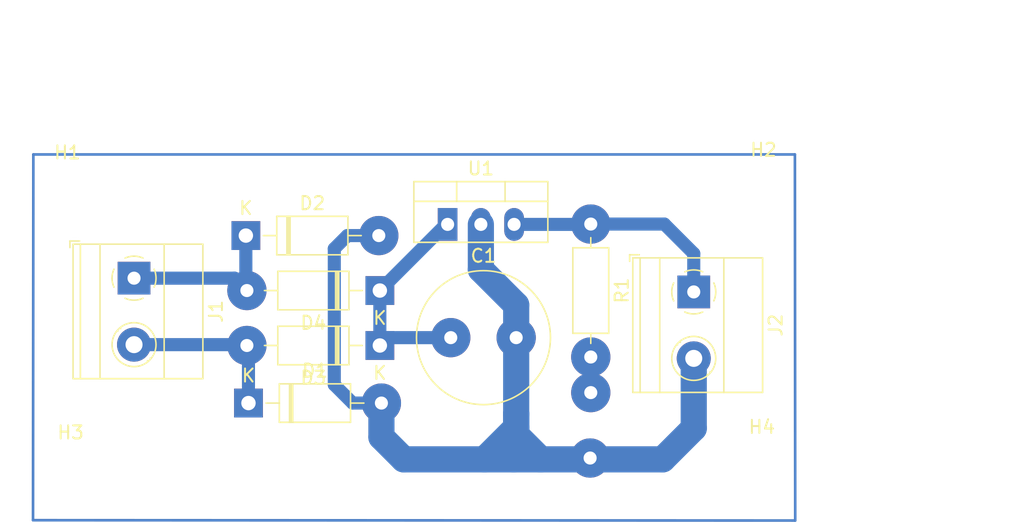
<source format=kicad_pcb>
(kicad_pcb (version 20221018) (generator pcbnew)
  (layers (0 "F.Cu" signal) (31 "B.Cu" signal) (34 "B.Paste" user) (35 "F.Paste" user) (36 "B.SilkS" user "B.Silkscreen") (37 "F.SilkS" user "F.Silkscreen") (38 "B.Mask" user) (39 "F.Mask" user) (44 "Edge.Cuts" user))
  (net 0 "")
  (net 1 "Net-(D3-K)")
  (net 2 "Net-(D1-A)")
  (net 3 "Net-(D1-K)")
  (net 4 "Net-(D2-K)")
  (net 5 "Net-(D5-A)")
  (net 6 "Net-(J2-Pin_1)")
  (footprint "Capacitor_THT:C_Radial_D10.0mm_H20.0mm_P5.00mm" (layer "F.Cu") (at 121.3 69.2)
    (fp_text reference "C1" (at 2.5 -6.25) (layer "F.SilkS"))
    (fp_text value "470uF")
    (fp_circle (center 2.5 0) (end 7.62 0) (stroke (width 0.12)) (fill none) (layer "F.SilkS"))
    (pad "1" thru_hole circle (at 0 0) (size 3 3) (drill 1) (layers "*.Cu" "*.Mask") (net 1 "Net-(D3-K)"))
    (pad "2" thru_hole circle (at 5 0) (size 3 3) (drill 1) (layers "*.Cu" "*.Mask") (net 2 "Net-(D1-A)"))
  )
  (footprint "MountingHole:MountingHole_2.2mm_M2_ISO7380" (layer "F.Cu") (at 92 57.8)
    (fp_text reference "H1" (at 0 -2.75) (layer "F.SilkS"))
    (fp_text value "MountingHole")
    (pad "" np_thru_hole circle (at 0 0) (size 2.2 2.2) (drill 2.2) (layers "*.Cu" "*.Mask"))
  )
  (footprint "Diode_THT:D_DO-41_SOD81_P10.16mm_Horizontal" (layer "F.Cu") (at 115.88 65.6 180)
    (fp_text reference "D4" (at 5.08 -2.47) (layer "F.SilkS"))
    (fp_text value "1N4007")
    (fp_text user "K" (at 0 -2.1) (layer "F.SilkS"))
    (fp_line (start 1.34 0) (end 2.36 0) (stroke (width 0.12)) (layer "F.SilkS"))
    (fp_line (start 2.36 -1.47) (end 2.36 1.47) (stroke (width 0.12)) (layer "F.SilkS"))
    (fp_line (start 2.36 1.47) (end 7.8 1.47) (stroke (width 0.12)) (layer "F.SilkS"))
    (fp_line (start 3.14 -1.47) (end 3.14 1.47) (stroke (width 0.12)) (layer "F.SilkS"))
    (fp_line (start 3.26 -1.47) (end 3.26 1.47) (stroke (width 0.12)) (layer "F.SilkS"))
    (fp_line (start 3.38 -1.47) (end 3.38 1.47) (stroke (width 0.12)) (layer "F.SilkS"))
    (fp_line (start 7.8 -1.47) (end 2.36 -1.47) (stroke (width 0.12)) (layer "F.SilkS"))
    (fp_line (start 7.8 1.47) (end 7.8 -1.47) (stroke (width 0.12)) (layer "F.SilkS"))
    (fp_line (start 8.82 0) (end 7.8 0) (stroke (width 0.12)) (layer "F.SilkS"))
    (pad "1" thru_hole rect (at 0 0 180) (size 2.2 2.2) (drill 1.1) (layers "*.Cu" "*.Mask") (net 1 "Net-(D3-K)"))
    (pad "2" thru_hole circle (at 10.16 0 180) (size 3 3) (drill 1) (layers "*.Cu" "*.Mask") (net 4 "Net-(D2-K)"))
  )
  (footprint "MountingHole:MountingHole_2.2mm_M2_ISO7380" (layer "F.Cu") (at 145.075 78.775)
    (fp_text reference "H4" (at 0 -2.75) (layer "F.SilkS"))
    (fp_text value "MountingHole")
    (pad "" np_thru_hole circle (at 0 0) (size 2.2 2.2) (drill 2.2) (layers "*.Cu" "*.Mask"))
  )
  (footprint "TerminalBlock_Phoenix:TerminalBlock_Phoenix_MKDS-1,5-2-5.08_1x02_P5.08mm_Horizontal" (layer "F.Cu") (at 139.87 65.705 -90)
    (fp_text reference "J2" (at 2.54 -6.26 90) (layer "F.SilkS"))
    (fp_text value "Screw_Terminal_01x02")
    (fp_line (start -2.84 4.16) (end -2.84 4.9) (stroke (width 0.12)) (layer "F.SilkS"))
    (fp_line (start -2.84 4.9) (end -2.34 4.9) (stroke (width 0.12)) (layer "F.SilkS"))
    (fp_line (start -2.6 -5.261) (end -2.6 4.66) (stroke (width 0.12)) (layer "F.SilkS"))
    (fp_line (start -2.6 -5.261) (end 7.68 -5.261) (stroke (width 0.12)) (layer "F.SilkS"))
    (fp_line (start -2.6 -2.301) (end 7.68 -2.301) (stroke (width 0.12)) (layer "F.SilkS"))
    (fp_line (start -2.6 2.6) (end 7.68 2.6) (stroke (width 0.12)) (layer "F.SilkS"))
    (fp_line (start -2.6 4.1) (end 7.68 4.1) (stroke (width 0.12)) (layer "F.SilkS"))
    (fp_line (start -2.6 4.66) (end 7.68 4.66) (stroke (width 0.12)) (layer "F.SilkS"))
    (fp_line (start 3.853 1.023) (end 3.806 1.069) (stroke (width 0.12)) (layer "F.SilkS"))
    (fp_line (start 4.046 1.239) (end 4.011 1.274) (stroke (width 0.12)) (layer "F.SilkS"))
    (fp_line (start 6.15 -1.275) (end 6.115 -1.239) (stroke (width 0.12)) (layer "F.SilkS"))
    (fp_line (start 6.355 -1.069) (end 6.308 -1.023) (stroke (width 0.12)) (layer "F.SilkS"))
    (fp_line (start 7.68 -5.261) (end 7.68 4.66) (stroke (width 0.12)) (layer "F.SilkS"))
    (fp_arc (start -1.535427 0.683042) (mid -1.680501 -0.000524) (end -1.535 -0.684) (stroke (width 0.12)) (layer "F.SilkS"))
    (fp_arc (start -0.683042 -1.535427) (mid 0.000524 -1.680501) (end 0.684 -1.535) (stroke (width 0.12)) (layer "F.SilkS"))
    (fp_arc (start 0.028805 1.680253) (mid -0.335551 1.646659) (end -0.684 1.535) (stroke (width 0.12)) (layer "F.SilkS"))
    (fp_arc (start 0.683318 1.534756) (mid 0.349292 1.643288) (end 0 1.68) (stroke (width 0.12)) (layer "F.SilkS"))
    (fp_arc (start 1.535427 -0.683042) (mid 1.680501 0.000524) (end 1.535 0.684) (stroke (width 0.12)) (layer "F.SilkS"))
    (fp_circle (center 5.08 0) (end 6.76 0) (stroke (width 0.12)) (fill none) (layer "F.SilkS"))
    (pad "1" thru_hole rect (at 0 0 270) (size 2.5 2.5) (drill 1) (layers "*.Cu" "*.Mask") (net 6 "Net-(J2-Pin_1)"))
    (pad "2" thru_hole circle (at 5.08 0 270) (size 2.6 2.6) (drill 1.3) (layers "*.Cu" "*.Mask") (net 2 "Net-(D1-A)"))
  )
  (footprint "Diode_THT:D_DO-41_SOD81_P10.16mm_Horizontal" (layer "F.Cu") (at 115.88 69.8 180)
    (fp_text reference "D3" (at 5.08 -2.47) (layer "F.SilkS"))
    (fp_text value "1N4007")
    (fp_text user "K" (at 0 -2.1) (layer "F.SilkS"))
    (fp_line (start 1.34 0) (end 2.36 0) (stroke (width 0.12)) (layer "F.SilkS"))
    (fp_line (start 2.36 -1.47) (end 2.36 1.47) (stroke (width 0.12)) (layer "F.SilkS"))
    (fp_line (start 2.36 1.47) (end 7.8 1.47) (stroke (width 0.12)) (layer "F.SilkS"))
    (fp_line (start 3.14 -1.47) (end 3.14 1.47) (stroke (width 0.12)) (layer "F.SilkS"))
    (fp_line (start 3.26 -1.47) (end 3.26 1.47) (stroke (width 0.12)) (layer "F.SilkS"))
    (fp_line (start 3.38 -1.47) (end 3.38 1.47) (stroke (width 0.12)) (layer "F.SilkS"))
    (fp_line (start 7.8 -1.47) (end 2.36 -1.47) (stroke (width 0.12)) (layer "F.SilkS"))
    (fp_line (start 7.8 1.47) (end 7.8 -1.47) (stroke (width 0.12)) (layer "F.SilkS"))
    (fp_line (start 8.82 0) (end 7.8 0) (stroke (width 0.12)) (layer "F.SilkS"))
    (pad "1" thru_hole rect (at 0 0 180) (size 2.2 2.2) (drill 1.1) (layers "*.Cu" "*.Mask") (net 1 "Net-(D3-K)"))
    (pad "2" thru_hole circle (at 10.16 0 180) (size 3 3) (drill 1) (layers "*.Cu" "*.Mask") (net 3 "Net-(D1-K)"))
  )
  (footprint "MountingHole:MountingHole_2.2mm_M2_ISO7380" (layer "F.Cu") (at 145.2 57.6)
    (fp_text reference "H2" (at 0 -2.75) (layer "F.SilkS"))
    (fp_text value "MountingHole")
    (pad "" np_thru_hole circle (at 0 0) (size 2.2 2.2) (drill 2.2) (layers "*.Cu" "*.Mask"))
  )
  (footprint "Diode_THT:D_DO-41_SOD81_P10.16mm_Horizontal" (layer "F.Cu") (at 105.84 74.2)
    (fp_text reference "D1" (at 5.08 -2.47) (layer "F.SilkS"))
    (fp_text value "1N4007")
    (fp_text user "K" (at 0 -2.1) (layer "F.SilkS"))
    (fp_line (start 1.34 0) (end 2.36 0) (stroke (width 0.12)) (layer "F.SilkS"))
    (fp_line (start 2.36 -1.47) (end 2.36 1.47) (stroke (width 0.12)) (layer "F.SilkS"))
    (fp_line (start 2.36 1.47) (end 7.8 1.47) (stroke (width 0.12)) (layer "F.SilkS"))
    (fp_line (start 3.14 -1.47) (end 3.14 1.47) (stroke (width 0.12)) (layer "F.SilkS"))
    (fp_line (start 3.26 -1.47) (end 3.26 1.47) (stroke (width 0.12)) (layer "F.SilkS"))
    (fp_line (start 3.38 -1.47) (end 3.38 1.47) (stroke (width 0.12)) (layer "F.SilkS"))
    (fp_line (start 7.8 -1.47) (end 2.36 -1.47) (stroke (width 0.12)) (layer "F.SilkS"))
    (fp_line (start 7.8 1.47) (end 7.8 -1.47) (stroke (width 0.12)) (layer "F.SilkS"))
    (fp_line (start 8.82 0) (end 7.8 0) (stroke (width 0.12)) (layer "F.SilkS"))
    (pad "1" thru_hole rect (at 0 0) (size 2.2 2.2) (drill 1.1) (layers "*.Cu" "*.Mask") (net 3 "Net-(D1-K)"))
    (pad "2" thru_hole circle (at 10.16 0) (size 3 3) (drill 1) (layers "*.Cu" "*.Mask") (net 2 "Net-(D1-A)"))
  )
  (footprint "Diode_THT:D_DO-41_SOD81_P10.16mm_Horizontal" (layer "F.Cu") (at 105.64 61.4)
    (fp_text reference "D2" (at 5.08 -2.47) (layer "F.SilkS"))
    (fp_text value "1N4007")
    (fp_text user "K" (at 0 -2.1) (layer "F.SilkS"))
    (fp_line (start 1.34 0) (end 2.36 0) (stroke (width 0.12)) (layer "F.SilkS"))
    (fp_line (start 2.36 -1.47) (end 2.36 1.47) (stroke (width 0.12)) (layer "F.SilkS"))
    (fp_line (start 2.36 1.47) (end 7.8 1.47) (stroke (width 0.12)) (layer "F.SilkS"))
    (fp_line (start 3.14 -1.47) (end 3.14 1.47) (stroke (width 0.12)) (layer "F.SilkS"))
    (fp_line (start 3.26 -1.47) (end 3.26 1.47) (stroke (width 0.12)) (layer "F.SilkS"))
    (fp_line (start 3.38 -1.47) (end 3.38 1.47) (stroke (width 0.12)) (layer "F.SilkS"))
    (fp_line (start 7.8 -1.47) (end 2.36 -1.47) (stroke (width 0.12)) (layer "F.SilkS"))
    (fp_line (start 7.8 1.47) (end 7.8 -1.47) (stroke (width 0.12)) (layer "F.SilkS"))
    (fp_line (start 8.82 0) (end 7.8 0) (stroke (width 0.12)) (layer "F.SilkS"))
    (pad "1" thru_hole rect (at 0 0) (size 2.2 2.2) (drill 1.1) (layers "*.Cu" "*.Mask") (net 4 "Net-(D2-K)"))
    (pad "2" thru_hole circle (at 10.16 0) (size 3 3) (drill 1) (layers "*.Cu" "*.Mask") (net 2 "Net-(D1-A)"))
  )
  (footprint "Resistor_THT:R_Axial_DIN0207_L6.3mm_D2.5mm_P10.16mm_Horizontal" (layer "F.Cu") (at 132 60.52 -90)
    (fp_text reference "R1" (at 5.08 -2.37 90) (layer "F.SilkS"))
    (fp_text value "150 ohms")
    (fp_line (start 1.04 0) (end 1.81 0) (stroke (width 0.12)) (layer "F.SilkS"))
    (fp_line (start 1.81 -1.37) (end 1.81 1.37) (stroke (width 0.12)) (layer "F.SilkS"))
    (fp_line (start 1.81 1.37) (end 8.35 1.37) (stroke (width 0.12)) (layer "F.SilkS"))
    (fp_line (start 8.35 -1.37) (end 1.81 -1.37) (stroke (width 0.12)) (layer "F.SilkS"))
    (fp_line (start 8.35 1.37) (end 8.35 -1.37) (stroke (width 0.12)) (layer "F.SilkS"))
    (fp_line (start 9.12 0) (end 8.35 0) (stroke (width 0.12)) (layer "F.SilkS"))
    (pad "1" thru_hole circle (at 0 0 270) (size 3 3) (drill 1) (layers "*.Cu" "*.Mask") (net 6 "Net-(J2-Pin_1)"))
    (pad "2" thru_hole circle (at 10.16 0 270) (size 3 3) (drill 1) (layers "*.Cu" "*.Mask") (net 5 "Net-(D5-A)"))
  )
  (footprint "" (layer "F.Cu") (at 132 73.4)
    (fp_text reference "" (at 0 0) (layer "F.SilkS") (effects (font (size 1.27 1.27))))
    (fp_text value "" (at 0 0) (layer "F.SilkS") (effects (font (size 1.27 1.27))))
    (pad "2" thru_hole circle (at 0 0 270) (size 3 3) (drill 1) (layers "*.Cu" "*.Mask") (net 5 "Net-(D5-A)"))
  )
  (footprint "MountingHole:MountingHole_2.2mm_M2_ISO7380" (layer "F.Cu") (at 92.25 79.2)
    (fp_text reference "H3" (at 0 -2.75) (layer "F.SilkS"))
    (fp_text value "MountingHole")
    (pad "" np_thru_hole circle (at 0 0) (size 2.2 2.2) (drill 2.2) (layers "*.Cu" "*.Mask"))
  )
  (footprint "TerminalBlock_Phoenix:TerminalBlock_Phoenix_MKDS-1,5-2-5.08_1x02_P5.08mm_Horizontal" (layer "F.Cu") (at 97.095 64.655 -90)
    (fp_text reference "J1" (at 2.54 -6.26 90) (layer "F.SilkS"))
    (fp_text value "Screw_Terminal_01x02")
    (fp_line (start -2.84 4.16) (end -2.84 4.9) (stroke (width 0.12)) (layer "F.SilkS"))
    (fp_line (start -2.84 4.9) (end -2.34 4.9) (stroke (width 0.12)) (layer "F.SilkS"))
    (fp_line (start -2.6 -5.261) (end -2.6 4.66) (stroke (width 0.12)) (layer "F.SilkS"))
    (fp_line (start -2.6 -5.261) (end 7.68 -5.261) (stroke (width 0.12)) (layer "F.SilkS"))
    (fp_line (start -2.6 -2.301) (end 7.68 -2.301) (stroke (width 0.12)) (layer "F.SilkS"))
    (fp_line (start -2.6 2.6) (end 7.68 2.6) (stroke (width 0.12)) (layer "F.SilkS"))
    (fp_line (start -2.6 4.1) (end 7.68 4.1) (stroke (width 0.12)) (layer "F.SilkS"))
    (fp_line (start -2.6 4.66) (end 7.68 4.66) (stroke (width 0.12)) (layer "F.SilkS"))
    (fp_line (start 3.853 1.023) (end 3.806 1.069) (stroke (width 0.12)) (layer "F.SilkS"))
    (fp_line (start 4.046 1.239) (end 4.011 1.274) (stroke (width 0.12)) (layer "F.SilkS"))
    (fp_line (start 6.15 -1.275) (end 6.115 -1.239) (stroke (width 0.12)) (layer "F.SilkS"))
    (fp_line (start 6.355 -1.069) (end 6.308 -1.023) (stroke (width 0.12)) (layer "F.SilkS"))
    (fp_line (start 7.68 -5.261) (end 7.68 4.66) (stroke (width 0.12)) (layer "F.SilkS"))
    (fp_arc (start -1.535427 0.683042) (mid -1.680501 -0.000524) (end -1.535 -0.684) (stroke (width 0.12)) (layer "F.SilkS"))
    (fp_arc (start -0.683042 -1.535427) (mid 0.000524 -1.680501) (end 0.684 -1.535) (stroke (width 0.12)) (layer "F.SilkS"))
    (fp_arc (start 0.028805 1.680253) (mid -0.335551 1.646659) (end -0.684 1.535) (stroke (width 0.12)) (layer "F.SilkS"))
    (fp_arc (start 0.683318 1.534756) (mid 0.349292 1.643288) (end 0 1.68) (stroke (width 0.12)) (layer "F.SilkS"))
    (fp_arc (start 1.535427 -0.683042) (mid 1.680501 0.000524) (end 1.535 0.684) (stroke (width 0.12)) (layer "F.SilkS"))
    (fp_circle (center 5.08 0) (end 6.76 0) (stroke (width 0.12)) (fill none) (layer "F.SilkS"))
    (pad "1" thru_hole rect (at 0 0 270) (size 2.5 2.5) (drill 1) (layers "*.Cu" "*.Mask") (net 4 "Net-(D2-K)"))
    (pad "2" thru_hole circle (at 5.08 0 270) (size 2.6 2.6) (drill 1.3) (layers "*.Cu" "*.Mask") (net 3 "Net-(D1-K)"))
  )
  (footprint "Package_TO_SOT_THT:TO-220-3_Vertical" (layer "F.Cu") (at 121.06 60.545)
    (fp_text reference "U1" (at 2.54 -4.27) (layer "F.SilkS"))
    (fp_text value "L7805")
    (fp_line (start -2.58 -3.27) (end -2.58 1.371) (stroke (width 0.12)) (layer "F.SilkS"))
    (fp_line (start -2.58 -3.27) (end 7.66 -3.27) (stroke (width 0.12)) (layer "F.SilkS"))
    (fp_line (start -2.58 -1.76) (end 7.66 -1.76) (stroke (width 0.12)) (layer "F.SilkS"))
    (fp_line (start -2.58 1.371) (end 7.66 1.371) (stroke (width 0.12)) (layer "F.SilkS"))
    (fp_line (start 0.69 -3.27) (end 0.69 -1.76) (stroke (width 0.12)) (layer "F.SilkS"))
    (fp_line (start 4.391 -3.27) (end 4.391 -1.76) (stroke (width 0.12)) (layer "F.SilkS"))
    (fp_line (start 7.66 -3.27) (end 7.66 1.371) (stroke (width 0.12)) (layer "F.SilkS"))
    (pad "1" thru_hole rect (at 0 0) (size 1.5 2.5) (drill 1) (layers "*.Cu" "*.Mask") (net 1 "Net-(D3-K)"))
    (pad "2" thru_hole oval (at 2.54 0) (size 1.5 2.5) (drill 1) (layers "*.Cu" "*.Mask") (net 2 "Net-(D1-A)"))
    (pad "3" thru_hole oval (at 5.08 0) (size 1.5 2.5) (drill 1) (layers "*.Cu" "*.Mask") (net 6 "Net-(J2-Pin_1)"))
  )
  (footprint "" (layer "F.Cu") (at 131.95 78.4)
    (fp_text reference "" (at 0 0) (layer "F.SilkS") (effects (font (size 1.27 1.27))))
    (fp_text value "" (at 0 0) (layer "F.SilkS") (effects (font (size 1.27 1.27))))
    (pad "2" thru_hole circle (at 0 0 270) (size 3 3) (drill 1) (layers "*.Cu" "*.Mask") (net 5 "Net-(D5-A)"))
  )
  (gr_line (start 89.4 55.2) (end 147.6 55.2) (stroke (width 0.2)) (layer "B.Cu"))
  (gr_line (start 89.375 83.15) (end 89.4 55.2) (stroke (width 0.2)) (layer "B.Cu"))
  (gr_line (start 89.375 83.15) (end 147.625 83.175) (stroke (width 0.2)) (layer "B.Cu"))
  (gr_line (start 147.6 55.2) (end 147.625 83.175) (stroke (width 0.2)) (layer "B.Cu"))
  (segment (start 120.935 60.545) (end 115.88 65.6) (width 1) (layer "B.Cu") (net 1))
  (segment (start 121.06 60.545) (end 120.935 60.545) (width 1) (layer "B.Cu") (net 1))
  (segment (start 116.48 69.2) (end 115.88 69.8) (width 1) (layer "B.Cu") (net 1))
  (segment (start 121.3 69.2) (end 116.48 69.2) (width 1) (layer "B.Cu") (net 1))
  (segment (start 115.88 69.8) (end 115.88 65.6) (width 1) (layer "B.Cu") (net 1))
  (segment (start 126.3 76.075) (end 123.875 78.5) (width 2) (layer "B.Cu") (net 2))
  (segment (start 116 74.2) (end 116 76.8) (width 2) (layer "B.Cu") (net 2))
  (segment (start 126.3 66.7) (end 126.3 69.2) (width 2) (layer "B.Cu") (net 2))
  (segment (start 112.4 62.4) (end 112.4 72.8) (width 1) (layer "B.Cu") (net 2))
  (segment (start 139.87 70.785) (end 139.87 76.13) (width 2) (layer "B.Cu") (net 2))
  (segment (start 115.8 61.4) (end 113.4 61.4) (width 1) (layer "B.Cu") (net 2))
  (segment (start 113.8 74.2) (end 116 74.2) (width 1) (layer "B.Cu") (net 2))
  (segment (start 126.3 75.025) (end 126.3 78.3) (width 2) (layer "B.Cu") (net 2))
  (segment (start 126.3 76.625) (end 128.175 78.5) (width 2) (layer "B.Cu") (net 2))
  (segment (start 126.3 75.025) (end 126.3 76.075) (width 2) (layer "B.Cu") (net 2))
  (segment (start 112.4 72.8) (end 113.8 74.2) (width 1) (layer "B.Cu") (net 2))
  (segment (start 113.4 61.4) (end 112.4 62.4) (width 1) (layer "B.Cu") (net 2))
  (segment (start 123.6 60.545) (end 123.6 64) (width 2) (layer "B.Cu") (net 2))
  (segment (start 126.3 78.3) (end 126.1 78.5) (width 2) (layer "B.Cu") (net 2))
  (segment (start 126.3 69.2) (end 126.3 75.025) (width 2) (layer "B.Cu") (net 2))
  (segment (start 126.1 78.5) (end 128.175 78.5) (width 2) (layer "B.Cu") (net 2))
  (segment (start 123.6 64) (end 126.3 66.7) (width 2) (layer "B.Cu") (net 2))
  (segment (start 128.175 78.5) (end 137.5 78.5) (width 2) (layer "B.Cu") (net 2))
  (segment (start 123.875 78.5) (end 126.1 78.5) (width 2) (layer "B.Cu") (net 2))
  (segment (start 117.7 78.5) (end 123.875 78.5) (width 2) (layer "B.Cu") (net 2))
  (segment (start 126.3 76.075) (end 126.3 76.625) (width 2) (layer "B.Cu") (net 2))
  (segment (start 116 76.8) (end 117.7 78.5) (width 2) (layer "B.Cu") (net 2))
  (segment (start 139.87 76.13) (end 137.5 78.5) (width 2) (layer "B.Cu") (net 2))
  (segment (start 97.095 69.735) (end 105.655 69.735) (width 1) (layer "B.Cu") (net 3))
  (segment (start 105.655 69.735) (end 105.72 69.8) (width 1) (layer "B.Cu") (net 3))
  (segment (start 105.84 74.2) (end 105.84 69.92) (width 1) (layer "B.Cu") (net 3))
  (segment (start 105.84 69.92) (end 105.72 69.8) (width 1) (layer "B.Cu") (net 3))
  (segment (start 97.095 64.655) (end 104.775 64.655) (width 1) (layer "B.Cu") (net 4))
  (segment (start 105.64 61.4) (end 105.64 65.52) (width 1) (layer "B.Cu") (net 4))
  (segment (start 104.775 64.655) (end 105.72 65.6) (width 1) (layer "B.Cu") (net 4))
  (segment (start 105.64 65.52) (end 105.72 65.6) (width 1) (layer "B.Cu") (net 4))
  (segment (start 139.87 62.77) (end 139.87 65.705) (width 1) (layer "B.Cu") (net 6))
  (segment (start 131.975 60.545) (end 132 60.52) (width 1) (layer "B.Cu") (net 6))
  (segment (start 132 60.52) (end 137.62 60.52) (width 1) (layer "B.Cu") (net 6))
  (segment (start 126.14 60.545) (end 131.975 60.545) (width 1) (layer "B.Cu") (net 6))
  (segment (start 137.62 60.52) (end 139.87 62.77) (width 1) (layer "B.Cu") (net 6))
)
</source>
